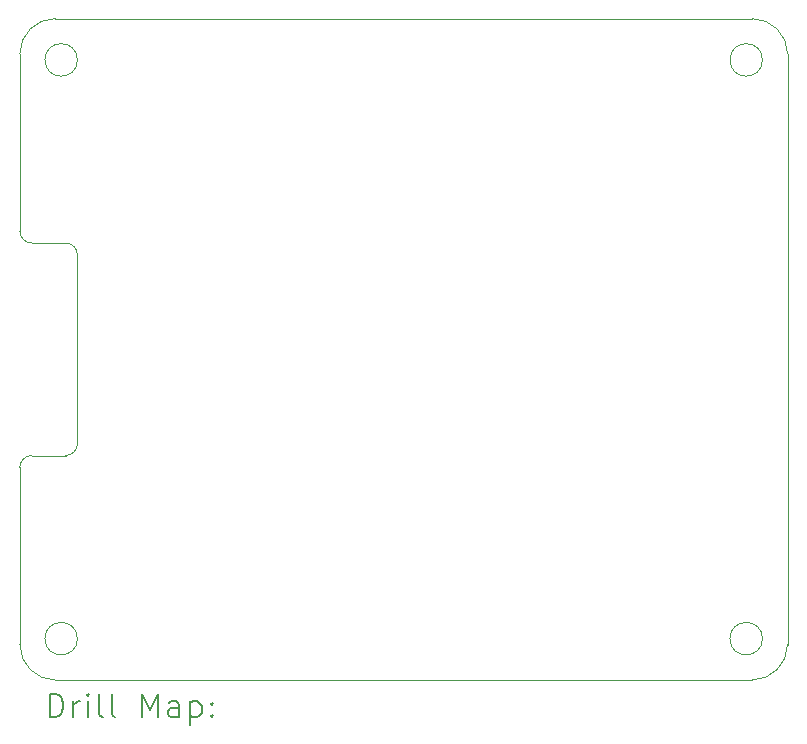
<source format=gbr>
%FSLAX45Y45*%
G04 Gerber Fmt 4.5, Leading zero omitted, Abs format (unit mm)*
G04 Created by KiCad (PCBNEW (6.0.2)) date 2022-03-22 22:12:15*
%MOMM*%
%LPD*%
G01*
G04 APERTURE LIST*
%TA.AperFunction,Profile*%
%ADD10C,0.100000*%
%TD*%
%ADD11C,0.200000*%
G04 APERTURE END LIST*
D10*
X15500000Y-8300000D02*
X15500000Y-13300000D01*
X9100000Y-9900000D02*
X9387500Y-9900000D01*
X15200000Y-13600000D02*
X9300000Y-13600000D01*
X9387500Y-11700000D02*
G75*
G03*
X9487500Y-11600000I0J100000D01*
G01*
X9487500Y-10000000D02*
X9487500Y-10800000D01*
X9487500Y-10800000D02*
X9487500Y-11600000D01*
X9487500Y-8350000D02*
G75*
G03*
X9487500Y-8350000I-137500J0D01*
G01*
X9487500Y-10000000D02*
G75*
G03*
X9387500Y-9900000I-100000J0D01*
G01*
X9300000Y-8000000D02*
X15200000Y-8000000D01*
X15287500Y-13250000D02*
G75*
G03*
X15287500Y-13250000I-137500J0D01*
G01*
X9000000Y-9800000D02*
G75*
G03*
X9100000Y-9900000I100000J0D01*
G01*
X15200000Y-13600000D02*
G75*
G03*
X15500000Y-13300000I0J300000D01*
G01*
X9100000Y-11700000D02*
G75*
G03*
X9000000Y-11800000I0J-100000D01*
G01*
X9487500Y-13250000D02*
G75*
G03*
X9487500Y-13250000I-137500J0D01*
G01*
X9100000Y-11700000D02*
X9387500Y-11700000D01*
X9300000Y-8000000D02*
G75*
G03*
X9000000Y-8300000I0J-300000D01*
G01*
X15287500Y-8350000D02*
G75*
G03*
X15287500Y-8350000I-137500J0D01*
G01*
X15500000Y-8300000D02*
G75*
G03*
X15200000Y-8000000I-300000J0D01*
G01*
X9000000Y-11800000D02*
X9000000Y-13300000D01*
X9000000Y-13300000D02*
G75*
G03*
X9300000Y-13600000I300000J0D01*
G01*
X9000000Y-8300000D02*
X9000000Y-9800000D01*
D11*
X9252619Y-13915476D02*
X9252619Y-13715476D01*
X9300238Y-13715476D01*
X9328810Y-13725000D01*
X9347857Y-13744048D01*
X9357381Y-13763095D01*
X9366905Y-13801190D01*
X9366905Y-13829762D01*
X9357381Y-13867857D01*
X9347857Y-13886905D01*
X9328810Y-13905952D01*
X9300238Y-13915476D01*
X9252619Y-13915476D01*
X9452619Y-13915476D02*
X9452619Y-13782143D01*
X9452619Y-13820238D02*
X9462143Y-13801190D01*
X9471667Y-13791667D01*
X9490714Y-13782143D01*
X9509762Y-13782143D01*
X9576429Y-13915476D02*
X9576429Y-13782143D01*
X9576429Y-13715476D02*
X9566905Y-13725000D01*
X9576429Y-13734524D01*
X9585952Y-13725000D01*
X9576429Y-13715476D01*
X9576429Y-13734524D01*
X9700238Y-13915476D02*
X9681190Y-13905952D01*
X9671667Y-13886905D01*
X9671667Y-13715476D01*
X9805000Y-13915476D02*
X9785952Y-13905952D01*
X9776429Y-13886905D01*
X9776429Y-13715476D01*
X10033571Y-13915476D02*
X10033571Y-13715476D01*
X10100238Y-13858333D01*
X10166905Y-13715476D01*
X10166905Y-13915476D01*
X10347857Y-13915476D02*
X10347857Y-13810714D01*
X10338333Y-13791667D01*
X10319286Y-13782143D01*
X10281190Y-13782143D01*
X10262143Y-13791667D01*
X10347857Y-13905952D02*
X10328810Y-13915476D01*
X10281190Y-13915476D01*
X10262143Y-13905952D01*
X10252619Y-13886905D01*
X10252619Y-13867857D01*
X10262143Y-13848809D01*
X10281190Y-13839286D01*
X10328810Y-13839286D01*
X10347857Y-13829762D01*
X10443095Y-13782143D02*
X10443095Y-13982143D01*
X10443095Y-13791667D02*
X10462143Y-13782143D01*
X10500238Y-13782143D01*
X10519286Y-13791667D01*
X10528810Y-13801190D01*
X10538333Y-13820238D01*
X10538333Y-13877381D01*
X10528810Y-13896428D01*
X10519286Y-13905952D01*
X10500238Y-13915476D01*
X10462143Y-13915476D01*
X10443095Y-13905952D01*
X10624048Y-13896428D02*
X10633571Y-13905952D01*
X10624048Y-13915476D01*
X10614524Y-13905952D01*
X10624048Y-13896428D01*
X10624048Y-13915476D01*
X10624048Y-13791667D02*
X10633571Y-13801190D01*
X10624048Y-13810714D01*
X10614524Y-13801190D01*
X10624048Y-13791667D01*
X10624048Y-13810714D01*
M02*

</source>
